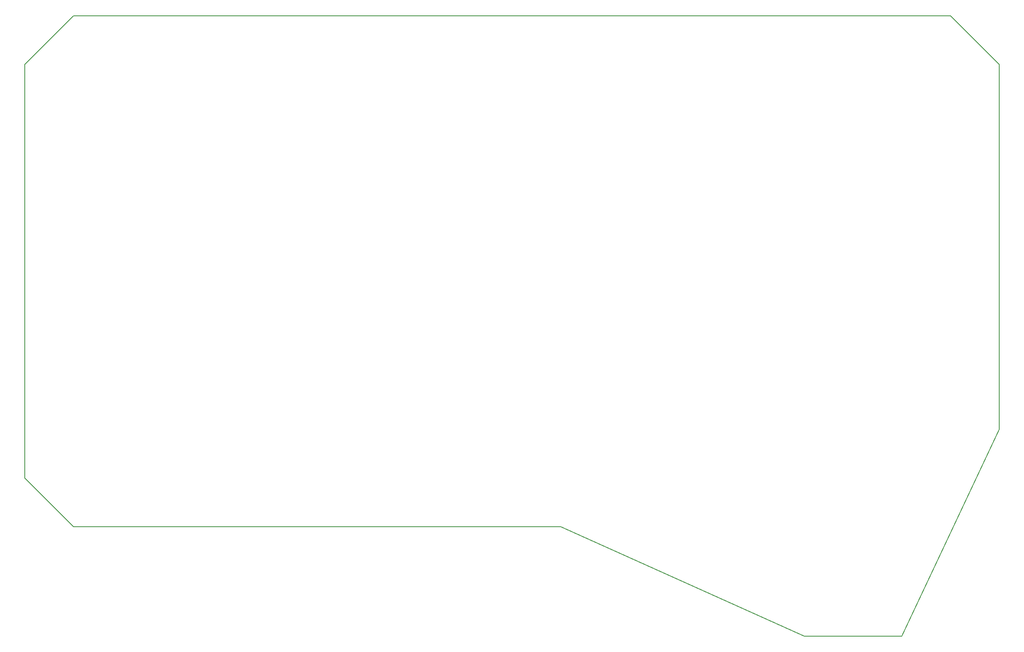
<source format=gm1>
G04 This is an RS-274x file exported by *
G04 gerbv version 2.6.0 *
G04 More information is available about gerbv at *
G04 http://gerbv.gpleda.org/ *
G04 --End of header info--*
%MOIN*%
%FSLAX34Y34*%
%IPPOS*%
G04 --Define apertures--*
%ADD10C,0.0039*%
%ADD11C,0.0059*%
G04 --Start main section--*
G54D11*
G01X0054000Y-051000D02*
G01X0053000Y-051000D01*
G01X0074000Y-060000D02*
G01X0054000Y-051000D01*
G01X0082000Y-060000D02*
G01X0074000Y-060000D01*
G01X0090000Y-043000D02*
G01X0082000Y-060000D01*
G01X0014000Y-051000D02*
G01X0053000Y-051000D01*
G01X0090000Y-013000D02*
G01X0090000Y-043000D01*
G01X0014000Y-009000D02*
G01X0086000Y-009000D01*
G01X0086000Y-009000D02*
G01X0090000Y-013000D01*
G01X0010000Y-047000D02*
G01X0010000Y-013000D01*
G01X0010000Y-013000D02*
G01X0014000Y-009000D01*
G01X0010000Y-047000D02*
G01X0014000Y-051000D01*
M02*

</source>
